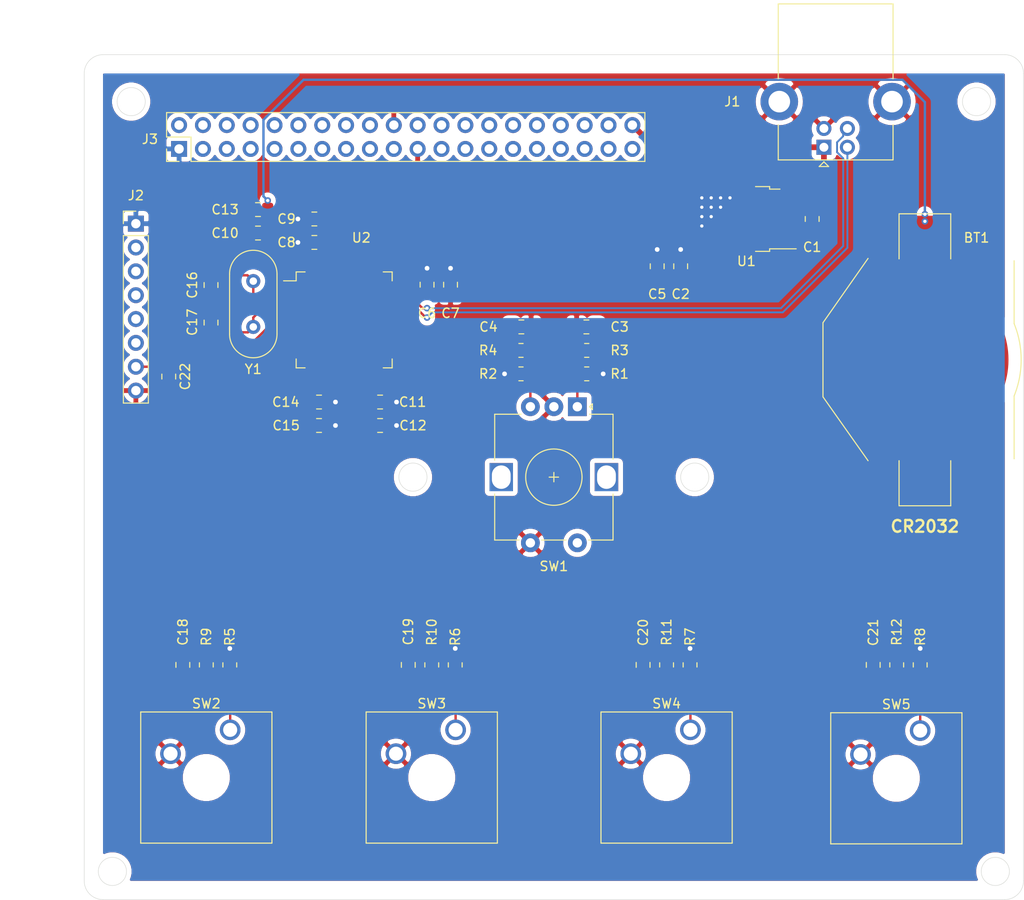
<source format=kicad_pcb>
(kicad_pcb (version 20171130) (host pcbnew "(5.1.9)-1")
  (title_block (title "Media Remote v3") (rev 1) (company "David Way") (comment 1 "WORK IN PROGRESS"))
  (layers (0 F.Cu signal) (31 B.Cu signal) (35 F.Paste user) (37 F.SilkS user) (38 B.Mask user) (39 F.Mask user) (44 Edge.Cuts user))
  (net 0 "")
  (net 1 GND)
  (net 2 +BATT)
  (net 3 +5V)
  (net 4 +3V3)
  (net 5 /ENC_A)
  (net 6 /ENC_B)
  (net 7 /USB_D+)
  (net 8 /USB_D-)
  (net 9 /RESET)
  (net 10 /SWO)
  (net 11 /SWCLK)
  (net 12 /SWDIO)
  (net 13 /TDI)
  (net 14 /TRST)
  (net 15 "Net-(J3-Pad39)")
  (net 16 "Net-(J3-Pad38)")
  (net 17 "Net-(J3-Pad37)")
  (net 18 "Net-(J3-Pad36)")
  (net 19 "Net-(J3-Pad35)")
  (net 20 "Net-(J3-Pad34)")
  (net 21 "Net-(J3-Pad33)")
  (net 22 "Net-(J3-Pad32)")
  (net 23 "Net-(J3-Pad31)")
  (net 24 "Net-(J3-Pad30)")
  (net 25 "Net-(J3-Pad29)")
  (net 26 "Net-(J3-Pad28)")
  (net 27 "Net-(J3-Pad27)")
  (net 28 "Net-(J3-Pad26)")
  (net 29 "Net-(J3-Pad25)")
  (net 30 "Net-(J3-Pad24)")
  (net 31 "Net-(J3-Pad23)")
  (net 32 "Net-(J3-Pad22)")
  (net 33 "Net-(J3-Pad19)")
  (net 34 "Net-(J3-Pad18)")
  (net 35 "Net-(J3-Pad17)")
  (net 36 "Net-(J3-Pad16)")
  (net 37 "Net-(J3-Pad15)")
  (net 38 "Net-(J3-Pad14)")
  (net 39 "Net-(J3-Pad13)")
  (net 40 "Net-(J3-Pad12)")
  (net 41 "Net-(J3-Pad11)")
  (net 42 "Net-(J3-Pad10)")
  (net 43 "Net-(J3-Pad9)")
  (net 44 "Net-(J3-Pad8)")
  (net 45 "Net-(J3-Pad7)")
  (net 46 "Net-(J3-Pad6)")
  (net 47 "Net-(J3-Pad5)")
  (net 48 "Net-(J3-Pad4)")
  (net 49 "Net-(J3-Pad3)")
  (net 50 "Net-(J3-Pad2)")
  (net 51 "Net-(R1-Pad2)")
  (net 52 "Net-(R2-Pad2)")
  (net 53 /ENC_SW)
  (net 54 /SW1)
  (net 55 /SW2)
  (net 56 /SW3)
  (net 57 /SW4)
  (net 58 "Net-(U2-Pad62)")
  (net 59 "Net-(U2-Pad61)")
  (net 60 "Net-(U2-Pad60)")
  (net 61 "Net-(U2-Pad59)")
  (net 62 "Net-(U2-Pad58)")
  (net 63 "Net-(U2-Pad57)")
  (net 64 "Net-(U2-Pad54)")
  (net 65 "Net-(U2-Pad53)")
  (net 66 "Net-(U2-Pad52)")
  (net 67 "Net-(U2-Pad51)")
  (net 68 "Net-(U2-Pad43)")
  (net 69 "Net-(U2-Pad42)")
  (net 70 "Net-(U2-Pad41)")
  (net 71 "Net-(U2-Pad40)")
  (net 72 "Net-(U2-Pad39)")
  (net 73 "Net-(U2-Pad38)")
  (net 74 "Net-(U2-Pad37)")
  (net 75 "Net-(U2-Pad36)")
  (net 76 "Net-(U2-Pad35)")
  (net 77 "Net-(U2-Pad34)")
  (net 78 "Net-(U2-Pad33)")
  (net 79 "Net-(U2-Pad30)")
  (net 80 "Net-(U2-Pad29)")
  (net 81 "Net-(U2-Pad28)")
  (net 82 "Net-(U2-Pad27)")
  (net 83 "Net-(U2-Pad26)")
  (net 84 "Net-(U2-Pad25)")
  (net 85 "Net-(U2-Pad24)")
  (net 86 "Net-(U2-Pad23)")
  (net 87 "Net-(U2-Pad22)")
  (net 88 "Net-(U2-Pad21)")
  (net 89 "Net-(U2-Pad20)")
  (net 90 "Net-(U2-Pad17)")
  (net 91 "Net-(U2-Pad16)")
  (net 92 "Net-(U2-Pad15)")
  (net 93 "Net-(U2-Pad14)")
  (net 94 "Net-(U2-Pad13)")
  (net 95 "Net-(U2-Pad11)")
  (net 96 "Net-(U2-Pad10)")
  (net 97 "Net-(U2-Pad9)")
  (net 98 "Net-(U2-Pad8)")
  (net 99 "Net-(U2-Pad4)")
  (net 100 "Net-(U2-Pad3)")
  (net 101 "Net-(U2-Pad2)")
  (net 102 "Net-(C16-Pad1)")
  (net 103 "Net-(C17-Pad1)")
  (net 104 "Net-(R5-Pad2)")
  (net 105 "Net-(R10-Pad1)")
  (net 106 "Net-(R11-Pad1)")
  (net 107 "Net-(R12-Pad1)")
  (module Capacitor_SMD:C_0805_2012Metric_Pad1.18x1.45mm_HandSolder (layer F.Cu) (at 69 64.2875 270)
    (fp_text reference C22 (at 0 -1.75 90) (layer F.SilkS))
    (fp_text value 100n)
    (pad 2 smd roundrect (at 1.0375 0 270) (size 1.175 1.45) (layers F.Cu F.Paste F.Mask) (roundrect_rratio 0.212766) (net 1 GND))
    (pad 1 smd roundrect (at -1.0375 0 270) (size 1.175 1.45) (layers F.Cu F.Paste F.Mask) (roundrect_rratio 0.212766) (net 9 /RESET))
  )
  (module Resistor_SMD:R_0805_2012Metric_Pad1.20x1.40mm_HandSolder (layer F.Cu) (at 146.5 95 90)
    (fp_text reference R12 (at 3.5 0 90) (layer F.SilkS))
    (fp_text value 4k7)
    (pad 2 smd roundrect (at 1 0 90) (size 1.2 1.4) (layers F.Cu F.Paste F.Mask) (roundrect_rratio 0.208333) (net 57 /SW4))
    (pad 1 smd roundrect (at -1 0 90) (size 1.2 1.4) (layers F.Cu F.Paste F.Mask) (roundrect_rratio 0.208333) (net 107 "Net-(R12-Pad1)"))
  )
  (module Resistor_SMD:R_0805_2012Metric_Pad1.20x1.40mm_HandSolder (layer F.Cu) (at 122 95 90)
    (fp_text reference R11 (at 3.5 0 90) (layer F.SilkS))
    (fp_text value 4k7)
    (pad 2 smd roundrect (at 1 0 90) (size 1.2 1.4) (layers F.Cu F.Paste F.Mask) (roundrect_rratio 0.208333) (net 56 /SW3))
    (pad 1 smd roundrect (at -1 0 90) (size 1.2 1.4) (layers F.Cu F.Paste F.Mask) (roundrect_rratio 0.208333) (net 106 "Net-(R11-Pad1)"))
  )
  (module Resistor_SMD:R_0805_2012Metric_Pad1.20x1.40mm_HandSolder (layer F.Cu) (at 97 95 90)
    (fp_text reference R10 (at 3.5 0 90) (layer F.SilkS))
    (fp_text value 4k7)
    (pad 2 smd roundrect (at 1 0 90) (size 1.2 1.4) (layers F.Cu F.Paste F.Mask) (roundrect_rratio 0.208333) (net 55 /SW2))
    (pad 1 smd roundrect (at -1 0 90) (size 1.2 1.4) (layers F.Cu F.Paste F.Mask) (roundrect_rratio 0.208333) (net 105 "Net-(R10-Pad1)"))
  )
  (module Resistor_SMD:R_0805_2012Metric_Pad1.20x1.40mm_HandSolder (layer F.Cu) (at 73 95 90)
    (fp_text reference R9 (at 3 0 90) (layer F.SilkS))
    (fp_text value 4k7)
    (pad 2 smd roundrect (at 1 0 90) (size 1.2 1.4) (layers F.Cu F.Paste F.Mask) (roundrect_rratio 0.208333) (net 54 /SW1))
    (pad 1 smd roundrect (at -1 0 90) (size 1.2 1.4) (layers F.Cu F.Paste F.Mask) (roundrect_rratio 0.208333) (net 104 "Net-(R5-Pad2)"))
  )
  (module Resistor_SMD:R_0805_2012Metric_Pad1.20x1.40mm_HandSolder (layer F.Cu) (at 149 95 270)
    (fp_text reference R8 (at -3 0 90) (layer F.SilkS))
    (fp_text value 4k7)
    (pad 2 smd roundrect (at 1 0 270) (size 1.2 1.4) (layers F.Cu F.Paste F.Mask) (roundrect_rratio 0.208333) (net 107 "Net-(R12-Pad1)"))
    (pad 1 smd roundrect (at -1 0 270) (size 1.2 1.4) (layers F.Cu F.Paste F.Mask) (roundrect_rratio 0.208333) (net 4 +3V3))
  )
  (module Resistor_SMD:R_0805_2012Metric_Pad1.20x1.40mm_HandSolder (layer F.Cu) (at 124.5 95 270)
    (fp_text reference R7 (at -3 0 90) (layer F.SilkS))
    (fp_text value 4k7)
    (pad 2 smd roundrect (at 1 0 270) (size 1.2 1.4) (layers F.Cu F.Paste F.Mask) (roundrect_rratio 0.208333) (net 106 "Net-(R11-Pad1)"))
    (pad 1 smd roundrect (at -1 0 270) (size 1.2 1.4) (layers F.Cu F.Paste F.Mask) (roundrect_rratio 0.208333) (net 4 +3V3))
  )
  (module Resistor_SMD:R_0805_2012Metric_Pad1.20x1.40mm_HandSolder (layer F.Cu) (at 99.5 95 270)
    (fp_text reference R6 (at -3 0 90) (layer F.SilkS))
    (fp_text value 4k7)
    (pad 2 smd roundrect (at 1 0 270) (size 1.2 1.4) (layers F.Cu F.Paste F.Mask) (roundrect_rratio 0.208333) (net 105 "Net-(R10-Pad1)"))
    (pad 1 smd roundrect (at -1 0 270) (size 1.2 1.4) (layers F.Cu F.Paste F.Mask) (roundrect_rratio 0.208333) (net 4 +3V3))
  )
  (module Resistor_SMD:R_0805_2012Metric_Pad1.20x1.40mm_HandSolder (layer F.Cu) (at 75.5 95 270)
    (fp_text reference R5 (at -3 0 90) (layer F.SilkS))
    (fp_text value 4k7)
    (pad 2 smd roundrect (at 1 0 270) (size 1.2 1.4) (layers F.Cu F.Paste F.Mask) (roundrect_rratio 0.208333) (net 104 "Net-(R5-Pad2)"))
    (pad 1 smd roundrect (at -1 0 270) (size 1.2 1.4) (layers F.Cu F.Paste F.Mask) (roundrect_rratio 0.208333) (net 4 +3V3))
  )
  (module Capacitor_SMD:C_0805_2012Metric_Pad1.18x1.45mm_HandSolder (layer F.Cu) (at 144 95 270)
    (fp_text reference C21 (at -3.4625 0 90) (layer F.SilkS))
    (fp_text value 10n)
    (pad 2 smd roundrect (at 1.0375 0 270) (size 1.175 1.45) (layers F.Cu F.Paste F.Mask) (roundrect_rratio 0.212766) (net 1 GND))
    (pad 1 smd roundrect (at -1.0375 0 270) (size 1.175 1.45) (layers F.Cu F.Paste F.Mask) (roundrect_rratio 0.212766) (net 57 /SW4))
  )
  (module Capacitor_SMD:C_0805_2012Metric_Pad1.18x1.45mm_HandSolder (layer F.Cu) (at 119.5 95 270)
    (fp_text reference C20 (at -3.4625 0 90) (layer F.SilkS))
    (fp_text value 10n)
    (pad 2 smd roundrect (at 1.0375 0 270) (size 1.175 1.45) (layers F.Cu F.Paste F.Mask) (roundrect_rratio 0.212766) (net 1 GND))
    (pad 1 smd roundrect (at -1.0375 0 270) (size 1.175 1.45) (layers F.Cu F.Paste F.Mask) (roundrect_rratio 0.212766) (net 56 /SW3))
  )
  (module Capacitor_SMD:C_0805_2012Metric_Pad1.18x1.45mm_HandSolder (layer F.Cu) (at 94.5 95 270)
    (fp_text reference C19 (at -3.5375 0 90) (layer F.SilkS))
    (fp_text value 10n)
    (pad 2 smd roundrect (at 1.0375 0 270) (size 1.175 1.45) (layers F.Cu F.Paste F.Mask) (roundrect_rratio 0.212766) (net 1 GND))
    (pad 1 smd roundrect (at -1.0375 0 270) (size 1.175 1.45) (layers F.Cu F.Paste F.Mask) (roundrect_rratio 0.212766) (net 55 /SW2))
  )
  (module Capacitor_SMD:C_0805_2012Metric_Pad1.18x1.45mm_HandSolder (layer F.Cu) (at 70.5 95 270)
    (fp_text reference C18 (at -3.5 0 90) (layer F.SilkS))
    (fp_text value 10n)
    (pad 2 smd roundrect (at 1.0375 0 270) (size 1.175 1.45) (layers F.Cu F.Paste F.Mask) (roundrect_rratio 0.212766) (net 1 GND))
    (pad 1 smd roundrect (at -1.0375 0 270) (size 1.175 1.45) (layers F.Cu F.Paste F.Mask) (roundrect_rratio 0.212766) (net 54 /SW1))
  )
  (module Crystal:Crystal_HC49-4H_Vertical (layer F.Cu) (at 78 59 90)
    (fp_text reference Y1 (at -4.5 0 180) (layer F.SilkS))
    (fp_text value "25 MHz")
    (pad 2 thru_hole circle (at 4.88 0 90) (size 1.5 1.5) (drill 0.8) (layers *.Cu *.Mask) (net 102 "Net-(C16-Pad1)"))
    (pad 1 thru_hole circle (at 0 0 90) (size 1.5 1.5) (drill 0.8) (layers *.Cu *.Mask) (net 103 "Net-(C17-Pad1)"))
  )
  (module Capacitor_SMD:C_0805_2012Metric_Pad1.18x1.45mm_HandSolder (layer F.Cu) (at 73.5 58.5375 90)
    (fp_text reference C17 (at 0.0375 -2 90) (layer F.SilkS))
    (fp_text value 8p2)
    (pad 2 smd roundrect (at 1.0375 0 90) (size 1.175 1.45) (layers F.Cu F.Paste F.Mask) (roundrect_rratio 0.212766) (net 1 GND))
    (pad 1 smd roundrect (at -1.0375 0 90) (size 1.175 1.45) (layers F.Cu F.Paste F.Mask) (roundrect_rratio 0.212766) (net 103 "Net-(C17-Pad1)"))
  )
  (module Capacitor_SMD:C_0805_2012Metric_Pad1.18x1.45mm_HandSolder (layer F.Cu) (at 73.5 54.5375 270)
    (fp_text reference C16 (at 0 2 90) (layer F.SilkS))
    (fp_text value 8p2)
    (pad 2 smd roundrect (at 1.0375 0 270) (size 1.175 1.45) (layers F.Cu F.Paste F.Mask) (roundrect_rratio 0.212766) (net 1 GND))
    (pad 1 smd roundrect (at -1.0375 0 270) (size 1.175 1.45) (layers F.Cu F.Paste F.Mask) (roundrect_rratio 0.212766) (net 102 "Net-(C16-Pad1)"))
  )
  (module Package_QFP:LQFP-64_10x10mm_P0.5mm (layer F.Cu) (at 87.675 58.25)
    (fp_text reference U2 (at 1.825 -8.75) (layer F.SilkS))
    (fp_text value STM32F722RETx)
    (pad 64 smd roundrect (at -3.75 -5.675) (size 0.3 1.55) (layers F.Cu F.Paste F.Mask) (net 4 +3V3))
    (pad 63 smd roundrect (at -3.25 -5.675) (size 0.3 1.55) (layers F.Cu F.Paste F.Mask) (net 1 GND))
    (pad 62 smd roundrect (at -2.75 -5.675) (size 0.3 1.55) (layers F.Cu F.Paste F.Mask) (net 58 "Net-(U2-Pad62)"))
    (pad 61 smd roundrect (at -2.25 -5.675) (size 0.3 1.55) (layers F.Cu F.Paste F.Mask) (net 59 "Net-(U2-Pad61)"))
    (pad 60 smd roundrect (at -1.75 -5.675) (size 0.3 1.55) (layers F.Cu F.Paste F.Mask) (net 60 "Net-(U2-Pad60)"))
    (pad 59 smd roundrect (at -1.25 -5.675) (size 0.3 1.55) (layers F.Cu F.Paste F.Mask) (net 61 "Net-(U2-Pad59)"))
    (pad 58 smd roundrect (at -0.75 -5.675) (size 0.3 1.55) (layers F.Cu F.Paste F.Mask) (net 62 "Net-(U2-Pad58)"))
    (pad 57 smd roundrect (at -0.25 -5.675) (size 0.3 1.55) (layers F.Cu F.Paste F.Mask) (net 63 "Net-(U2-Pad57)"))
    (pad 56 smd roundrect (at 0.25 -5.675) (size 0.3 1.55) (layers F.Cu F.Paste F.Mask) (net 14 /TRST))
    (pad 55 smd roundrect (at 0.75 -5.675) (size 0.3 1.55) (layers F.Cu F.Paste F.Mask) (net 10 /SWO))
    (pad 54 smd roundrect (at 1.25 -5.675) (size 0.3 1.55) (layers F.Cu F.Paste F.Mask) (net 64 "Net-(U2-Pad54)"))
    (pad 53 smd roundrect (at 1.75 -5.675) (size 0.3 1.55) (layers F.Cu F.Paste F.Mask) (net 65 "Net-(U2-Pad53)"))
    (pad 52 smd roundrect (at 2.25 -5.675) (size 0.3 1.55) (layers F.Cu F.Paste F.Mask) (net 66 "Net-(U2-Pad52)"))
    (pad 51 smd roundrect (at 2.75 -5.675) (size 0.3 1.55) (layers F.Cu F.Paste F.Mask) (net 67 "Net-(U2-Pad51)"))
    (pad 50 smd roundrect (at 3.25 -5.675) (size 0.3 1.55) (layers F.Cu F.Paste F.Mask) (net 13 /TDI))
    (pad 49 smd roundrect (at 3.75 -5.675) (size 0.3 1.55) (layers F.Cu F.Paste F.Mask) (net 11 /SWCLK))
    (pad 48 smd roundrect (at 5.675 -3.75) (size 1.55 0.3) (layers F.Cu F.Paste F.Mask) (net 4 +3V3))
    (pad 47 smd roundrect (at 5.675 -3.25) (size 1.55 0.3) (layers F.Cu F.Paste F.Mask) (net 1 GND))
    (pad 46 smd roundrect (at 5.675 -2.75) (size 1.55 0.3) (layers F.Cu F.Paste F.Mask) (net 12 /SWDIO))
    (pad 45 smd roundrect (at 5.675 -2.25) (size 1.55 0.3) (layers F.Cu F.Paste F.Mask) (net 7 /USB_D+))
    (pad 44 smd roundrect (at 5.675 -1.75) (size 1.55 0.3) (layers F.Cu F.Paste F.Mask) (net 8 /USB_D-))
    (pad 43 smd roundrect (at 5.675 -1.25) (size 1.55 0.3) (layers F.Cu F.Paste F.Mask) (net 68 "Net-(U2-Pad43)"))
    (pad 42 smd roundrect (at 5.675 -0.75) (size 1.55 0.3) (layers F.Cu F.Paste F.Mask) (net 69 "Net-(U2-Pad42)"))
    (pad 41 smd roundrect (at 5.675 -0.25) (size 1.55 0.3) (layers F.Cu F.Paste F.Mask) (net 70 "Net-(U2-Pad41)"))
    (pad 40 smd roundrect (at 5.675 0.25) (size 1.55 0.3) (layers F.Cu F.Paste F.Mask) (net 71 "Net-(U2-Pad40)"))
    (pad 39 smd roundrect (at 5.675 0.75) (size 1.55 0.3) (layers F.Cu F.Paste F.Mask) (net 72 "Net-(U2-Pad39)"))
    (pad 38 smd roundrect (at 5.675 1.25) (size 1.55 0.3) (layers F.Cu F.Paste F.Mask) (net 73 "Net-(U2-Pad38)"))
    (pad 37 smd roundrect (at 5.675 1.75) (size 1.55 0.3) (layers F.Cu F.Paste F.Mask) (net 74 "Net-(U2-Pad37)"))
    (pad 36 smd roundrect (at 5.675 2.25) (size 1.55 0.3) (layers F.Cu F.Paste F.Mask) (net 75 "Net-(U2-Pad36)"))
    (pad 35 smd roundrect (at 5.675 2.75) (size 1.55 0.3) (layers F.Cu F.Paste F.Mask) (net 76 "Net-(U2-Pad35)"))
    (pad 34 smd roundrect (at 5.675 3.25) (size 1.55 0.3) (layers F.Cu F.Paste F.Mask) (net 77 "Net-(U2-Pad34)"))
    (pad 33 smd roundrect (at 5.675 3.75) (size 1.55 0.3) (layers F.Cu F.Paste F.Mask) (net 78 "Net-(U2-Pad33)"))
    (pad 32 smd roundrect (at 3.75 5.675) (size 0.3 1.55) (layers F.Cu F.Paste F.Mask) (net 4 +3V3))
    (pad 31 smd roundrect (at 3.25 5.675) (size 0.3 1.55) (layers F.Cu F.Paste F.Mask) (net 1 GND))
    (pad 30 smd roundrect (at 2.75 5.675) (size 0.3 1.55) (layers F.Cu F.Paste F.Mask) (net 79 "Net-(U2-Pad30)"))
    (pad 29 smd roundrect (at 2.25 5.675) (size 0.3 1.55) (layers F.Cu F.Paste F.Mask) (net 80 "Net-(U2-Pad29)"))
    (pad 28 smd roundrect (at 1.75 5.675) (size 0.3 1.55) (layers F.Cu F.Paste F.Mask) (net 81 "Net-(U2-Pad28)"))
    (pad 27 smd roundrect (at 1.25 5.675) (size 0.3 1.55) (layers F.Cu F.Paste F.Mask) (net 82 "Net-(U2-Pad27)"))
    (pad 26 smd roundrect (at 0.75 5.675) (size 0.3 1.55) (layers F.Cu F.Paste F.Mask) (net 83 "Net-(U2-Pad26)"))
    (pad 25 smd roundrect (at 0.25 5.675) (size 0.3 1.55) (layers F.Cu F.Paste F.Mask) (net 84 "Net-(U2-Pad25)"))
    (pad 24 smd roundrect (at -0.25 5.675) (size 0.3 1.55) (layers F.Cu F.Paste F.Mask) (net 85 "Net-(U2-Pad24)"))
    (pad 23 smd roundrect (at -0.75 5.675) (size 0.3 1.55) (layers F.Cu F.Paste F.Mask) (net 86 "Net-(U2-Pad23)"))
    (pad 22 smd roundrect (at -1.25 5.675) (size 0.3 1.55) (layers F.Cu F.Paste F.Mask) (net 87 "Net-(U2-Pad22)"))
    (pad 21 smd roundrect (at -1.75 5.675) (size 0.3 1.55) (layers F.Cu F.Paste F.Mask) (net 88 "Net-(U2-Pad21)"))
    (pad 20 smd roundrect (at -2.25 5.675) (size 0.3 1.55) (layers F.Cu F.Paste F.Mask) (net 89 "Net-(U2-Pad20)"))
    (pad 19 smd roundrect (at -2.75 5.675) (size 0.3 1.55) (layers F.Cu F.Paste F.Mask) (net 4 +3V3))
    (pad 18 smd roundrect (at -3.25 5.675) (size 0.3 1.55) (layers F.Cu F.Paste F.Mask) (net 1 GND))
    (pad 17 smd roundrect (at -3.75 5.675) (size 0.3 1.55) (layers F.Cu F.Paste F.Mask) (net 90 "Net-(U2-Pad17)"))
    (pad 16 smd roundrect (at -5.675 3.75) (size 1.55 0.3) (layers F.Cu F.Paste F.Mask) (net 91 "Net-(U2-Pad16)"))
    (pad 15 smd roundrect (at -5.675 3.25) (size 1.55 0.3) (layers F.Cu F.Paste F.Mask) (net 92 "Net-(U2-Pad15)"))
    (pad 14 smd roundrect (at -5.675 2.75) (size 1.55 0.3) (layers F.Cu F.Paste F.Mask) (net 93 "Net-(U2-Pad14)"))
    (pad 13 smd roundrect (at -5.675 2.25) (size 1.55 0.3) (layers F.Cu F.Paste F.Mask) (net 94 "Net-(U2-Pad13)"))
    (pad 12 smd roundrect (at -5.675 1.75) (size 1.55 0.3) (layers F.Cu F.Paste F.Mask) (net 1 GND))
    (pad 11 smd roundrect (at -5.675 1.25) (size 1.55 0.3) (layers F.Cu F.Paste F.Mask) (net 95 "Net-(U2-Pad11)"))
    (pad 10 smd roundrect (at -5.675 0.75) (size 1.55 0.3) (layers F.Cu F.Paste F.Mask) (net 96 "Net-(U2-Pad10)"))
    (pad 9 smd roundrect (at -5.675 0.25) (size 1.55 0.3) (layers F.Cu F.Paste F.Mask) (net 97 "Net-(U2-Pad9)"))
    (pad 8 smd roundrect (at -5.675 -0.25) (size 1.55 0.3) (layers F.Cu F.Paste F.Mask) (net 98 "Net-(U2-Pad8)"))
    (pad 7 smd roundrect (at -5.675 -0.75) (size 1.55 0.3) (layers F.Cu F.Paste F.Mask) (net 9 /RESET))
    (pad 6 smd roundrect (at -5.675 -1.25) (size 1.55 0.3) (layers F.Cu F.Paste F.Mask) (net 103 "Net-(C17-Pad1)"))
    (pad 5 smd roundrect (at -5.675 -1.75) (size 1.55 0.3) (layers F.Cu F.Paste F.Mask) (net 102 "Net-(C16-Pad1)"))
    (pad 4 smd roundrect (at -5.675 -2.25) (size 1.55 0.3) (layers F.Cu F.Paste F.Mask) (net 99 "Net-(U2-Pad4)"))
    (pad 3 smd roundrect (at -5.675 -2.75) (size 1.55 0.3) (layers F.Cu F.Paste F.Mask) (net 100 "Net-(U2-Pad3)"))
    (pad 2 smd roundrect (at -5.675 -3.25) (size 1.55 0.3) (layers F.Cu F.Paste F.Mask) (net 101 "Net-(U2-Pad2)"))
    (pad 1 smd roundrect (at -5.675 -3.75) (size 1.55 0.3) (layers F.Cu F.Paste F.Mask) (net 2 +BATT))
  )
  (module Package_TO_SOT_SMD:TO-252-2 (layer F.Cu) (at 130.5 47.5 180)
    (fp_text reference U1 (at 0 -4.5) (layer F.SilkS))
    (fp_text value AZ1117-3.3)
    (pad 2 smd rect (at 2.1 0 180) (size 6.4 5.8) (layers F.Cu F.Mask) (net 4 +3V3))
    (pad 3 smd rect (at -4.2 2.28 180) (size 2.2 1.2) (layers F.Cu F.Paste F.Mask) (net 3 +5V))
    (pad 1 smd rect (at -4.2 -2.28 180) (size 2.2 1.2) (layers F.Cu F.Paste F.Mask) (net 1 GND))
  )
  (module Button_Switch_Keyboard:SW_Cherry_MX_1.00u_Plate (layer F.Cu) (at 149 102)
    (fp_text reference SW5 (at -2.54 -2.794) (layer F.SilkS))
    (fp_text value "Cherry MX Green")
    (pad "" np_thru_hole circle (at -2.54 5.08) (size 4 4) (drill 4) (layers *.Cu *.Mask))
    (pad 2 thru_hole circle (at -6.35 2.54) (size 2.2 2.2) (drill 1.5) (layers *.Cu *.Mask) (net 1 GND))
    (pad 1 thru_hole circle (at 0 0) (size 2.2 2.2) (drill 1.5) (layers *.Cu *.Mask) (net 107 "Net-(R12-Pad1)"))
  )
  (module Button_Switch_Keyboard:SW_Cherry_MX_1.00u_Plate (layer F.Cu) (at 124.54 101.92)
    (fp_text reference SW4 (at -2.54 -2.794) (layer F.SilkS))
    (fp_text value "Cherry MX Green")
    (pad "" np_thru_hole circle (at -2.54 5.08) (size 4 4) (drill 4) (layers *.Cu *.Mask))
    (pad 2 thru_hole circle (at -6.35 2.54) (size 2.2 2.2) (drill 1.5) (layers *.Cu *.Mask) (net 1 GND))
    (pad 1 thru_hole circle (at 0 0) (size 2.2 2.2) (drill 1.5) (layers *.Cu *.Mask) (net 106 "Net-(R11-Pad1)"))
  )
  (module Button_Switch_Keyboard:SW_Cherry_MX_1.00u_Plate (layer F.Cu) (at 99.54 101.92)
    (fp_text reference SW3 (at -2.54 -2.794) (layer F.SilkS))
    (fp_text value "Cherry MX Green")
    (pad "" np_thru_hole circle (at -2.54 5.08) (size 4 4) (drill 4) (layers *.Cu *.Mask))
    (pad 2 thru_hole circle (at -6.35 2.54) (size 2.2 2.2) (drill 1.5) (layers *.Cu *.Mask) (net 1 GND))
    (pad 1 thru_hole circle (at 0 0) (size 2.2 2.2) (drill 1.5) (layers *.Cu *.Mask) (net 105 "Net-(R10-Pad1)"))
  )
  (module Button_Switch_Keyboard:SW_Cherry_MX_1.00u_Plate (layer F.Cu) (at 75.54 101.92)
    (fp_text reference SW2 (at -2.54 -2.794) (layer F.SilkS))
    (fp_text value "Cherry MX Green")
    (pad "" np_thru_hole circle (at -2.54 5.08) (size 4 4) (drill 4) (layers *.Cu *.Mask))
    (pad 2 thru_hole circle (at -6.35 2.54) (size 2.2 2.2) (drill 1.5) (layers *.Cu *.Mask) (net 1 GND))
    (pad 1 thru_hole circle (at 0 0) (size 2.2 2.2) (drill 1.5) (layers *.Cu *.Mask) (net 104 "Net-(R5-Pad2)"))
  )
  (module Rotary_Encoder:RotaryEncoder_Alps_EC12E-Switch_Vertical_H20mm (layer F.Cu) (at 112.5 67.5 270)
    (fp_text reference SW1 (at 17 2.5 180) (layer F.SilkS))
    (fp_text value PEC11R-4020F-S0024)
    (pad A thru_hole rect (at 0 0 270) (size 2 2) (drill 1) (layers *.Cu *.Mask) (net 51 "Net-(R1-Pad2)"))
    (pad C thru_hole circle (at 0 2.5 270) (size 2 2) (drill 1) (layers *.Cu *.Mask) (net 1 GND))
    (pad B thru_hole circle (at 0 5 270) (size 2 2) (drill 1) (layers *.Cu *.Mask) (net 52 "Net-(R2-Pad2)"))
    (pad MP thru_hole rect (at 7.5 -3.1 270) (size 3 2.5) (drill oval 2.5 2) (layers *.Cu *.Mask))
    (pad MP thru_hole rect (at 7.5 8.1 270) (size 3 2.5) (drill oval 2.5 2) (layers *.Cu *.Mask))
    (pad S1 thru_hole circle (at 14.5 0 270) (size 2 2) (drill 1) (layers *.Cu *.Mask) (net 53 /ENC_SW))
    (pad S2 thru_hole circle (at 14.5 5 270) (size 2 2) (drill 1) (layers *.Cu *.Mask) (net 1 GND))
  )
  (module Resistor_SMD:R_0805_2012Metric_Pad1.20x1.40mm_HandSolder (layer F.Cu) (at 106.5 61.5 180)
    (fp_text reference R4 (at 3.5 0) (layer F.SilkS))
    (fp_text value 4k7)
    (pad 2 smd roundrect (at 1 0 180) (size 1.2 1.4) (layers F.Cu F.Paste F.Mask) (roundrect_rratio 0.208333) (net 6 /ENC_B))
    (pad 1 smd roundrect (at -1 0 180) (size 1.2 1.4) (layers F.Cu F.Paste F.Mask) (roundrect_rratio 0.208333) (net 52 "Net-(R2-Pad2)"))
  )
  (module Resistor_SMD:R_0805_2012Metric_Pad1.20x1.40mm_HandSolder (layer F.Cu) (at 113.5 61.5)
    (fp_text reference R3 (at 3.5 0) (layer F.SilkS))
    (fp_text value 4k7)
    (pad 2 smd roundrect (at 1 0) (size 1.2 1.4) (layers F.Cu F.Paste F.Mask) (roundrect_rratio 0.208333) (net 5 /ENC_A))
    (pad 1 smd roundrect (at -1 0) (size 1.2 1.4) (layers F.Cu F.Paste F.Mask) (roundrect_rratio 0.208333) (net 51 "Net-(R1-Pad2)"))
  )
  (module Resistor_SMD:R_0805_2012Metric_Pad1.20x1.40mm_HandSolder (layer F.Cu) (at 106.5 64)
    (fp_text reference R2 (at -3.5 0) (layer F.SilkS))
    (fp_text value 4k7)
    (pad 2 smd roundrect (at 1 0) (size 1.2 1.4) (layers F.Cu F.Paste F.Mask) (roundrect_rratio 0.208333) (net 52 "Net-(R2-Pad2)"))
    (pad 1 smd roundrect (at -1 0) (size 1.2 1.4) (layers F.Cu F.Paste F.Mask) (roundrect_rratio 0.208333) (net 4 +3V3))
  )
  (module Resistor_SMD:R_0805_2012Metric_Pad1.20x1.40mm_HandSolder (layer F.Cu) (at 113.5 64 180)
    (fp_text reference R1 (at -3.5 0) (layer F.SilkS))
    (fp_text value 4k7)
    (pad 2 smd roundrect (at 1 0 180) (size 1.2 1.4) (layers F.Cu F.Paste F.Mask) (roundrect_rratio 0.208333) (net 51 "Net-(R1-Pad2)"))
    (pad 1 smd roundrect (at -1 0 180) (size 1.2 1.4) (layers F.Cu F.Paste F.Mask) (roundrect_rratio 0.208333) (net 4 +3V3))
  )
  (module Connector_PinHeader_2.54mm:PinHeader_2x20_P2.54mm_Vertical (layer F.Cu) (at 70.1 40.04 90)
    (fp_text reference J3 (at 1.04 -3.1 180) (layer F.SilkS))
    (fp_text value "LCD Connector")
    (pad 40 thru_hole oval (at 2.54 48.26 90) (size 1.7 1.7) (drill 1) (layers *.Cu *.Mask) (net 3 +5V))
    (pad 39 thru_hole oval (at 0 48.26 90) (size 1.7 1.7) (drill 1) (layers *.Cu *.Mask) (net 15 "Net-(J3-Pad39)"))
    (pad 38 thru_hole oval (at 2.54 45.72 90) (size 1.7 1.7) (drill 1) (layers *.Cu *.Mask) (net 16 "Net-(J3-Pad38)"))
    (pad 37 thru_hole oval (at 0 45.72 90) (size 1.7 1.7) (drill 1) (layers *.Cu *.Mask) (net 17 "Net-(J3-Pad37)"))
    (pad 36 thru_hole oval (at 2.54 43.18 90) (size 1.7 1.7) (drill 1) (layers *.Cu *.Mask) (net 18 "Net-(J3-Pad36)"))
    (pad 35 thru_hole oval (at 0 43.18 90) (size 1.7 1.7) (drill 1) (layers *.Cu *.Mask) (net 19 "Net-(J3-Pad35)"))
    (pad 34 thru_hole oval (at 2.54 40.64 90) (size 1.7 1.7) (drill 1) (layers *.Cu *.Mask) (net 20 "Net-(J3-Pad34)"))
    (pad 33 thru_hole oval (at 0 40.64 90) (size 1.7 1.7) (drill 1) (layers *.Cu *.Mask) (net 21 "Net-(J3-Pad33)"))
    (pad 32 thru_hole oval (at 2.54 38.1 90) (size 1.7 1.7) (drill 1) (layers *.Cu *.Mask) (net 22 "Net-(J3-Pad32)"))
    (pad 31 thru_hole oval (at 0 38.1 90) (size 1.7 1.7) (drill 1) (layers *.Cu *.Mask) (net 23 "Net-(J3-Pad31)"))
    (pad 30 thru_hole oval (at 2.54 35.56 90) (size 1.7 1.7) (drill 1) (layers *.Cu *.Mask) (net 24 "Net-(J3-Pad30)"))
    (pad 29 thru_hole oval (at 0 35.56 90) (size 1.7 1.7) (drill 1) (layers *.Cu *.Mask) (net 25 "Net-(J3-Pad29)"))
    (pad 28 thru_hole oval (at 2.54 33.02 90) (size 1.7 1.7) (drill 1) (layers *.Cu *.Mask) (net 26 "Net-(J3-Pad28)"))
    (pad 27 thru_hole oval (at 0 33.02 90) (size 1.7 1.7) (drill 1) (layers *.Cu *.Mask) (net 27 "Net-(J3-Pad27)"))
    (pad 26 thru_hole oval (at 2.54 30.48 90) (size 1.7 1.7) (drill 1) (layers *.Cu *.Mask) (net 28 "Net-(J3-Pad26)"))
    (pad 25 thru_hole oval (at 0 30.48 90) (size 1.7 1.7) (drill 1) (layers *.Cu *.Mask) (net 29 "Net-(J3-Pad25)"))
    (pad 24 thru_hole oval (at 2.54 27.94 90) (size 1.7 1.7) (drill 1) (layers *.Cu *.Mask) (net 30 "Net-(J3-Pad24)"))
    (pad 23 thru_hole oval (at 0 27.94 90) (size 1.7 1.7) (drill 1) (layers *.Cu *.Mask) (net 31 "Net-(J3-Pad23)"))
    (pad 22 thru_hole oval (at 2.54 25.4 90) (size 1.7 1.7) (drill 1) (layers *.Cu *.Mask) (net 32 "Net-(J3-Pad22)"))
    (pad 21 thru_hole oval (at 0 25.4 90) (size 1.7 1.7) (drill 1) (layers *.Cu *.Mask) (net 1 GND))
    (pad 20 thru_hole oval (at 2.54 22.86 90) (size 1.7 1.7) (drill 1) (layers *.Cu *.Mask) (net 1 GND))
    (pad 19 thru_hole oval (at 0 22.86 90) (size 1.7 1.7) (drill 1) (layers *.Cu *.Mask) (net 33 "Net-(J3-Pad19)"))
    (pad 18 thru_hole oval (at 2.54 20.32 90) (size 1.7 1.7) (drill 1) (layers *.Cu *.Mask) (net 34 "Net-(J3-Pad18)"))
    (pad 17 thru_hole oval (at 0 20.32 90) (size 1.7 1.7) (drill 1) (layers *.Cu *.Mask) (net 35 "Net-(J3-Pad17)"))
    (pad 16 thru_hole oval (at 2.54 17.78 90) (size 1.7 1.7) (drill 1) (layers *.Cu *.Mask) (net 36 "Net-(J3-Pad16)"))
    (pad 15 thru_hole oval (at 0 17.78 90) (size 1.7 1.7) (drill 1) (layers *.Cu *.Mask) (net 37 "Net-(J3-Pad15)"))
    (pad 14 thru_hole oval (at 2.54 15.24 90) (size 1.7 1.7) (drill 1) (layers *.Cu *.Mask) (net 38 "Net-(J3-Pad14)"))
    (pad 13 thru_hole oval (at 0 15.24 90) (size 1.7 1.7) (drill 1) (layers *.Cu *.Mask) (net 39 "Net-(J3-Pad13)"))
    (pad 12 thru_hole oval (at 2.54 12.7 90) (size 1.7 1.7) (drill 1) (layers *.Cu *.Mask) (net 40 "Net-(J3-Pad12)"))
    (pad 11 thru_hole oval (at 0 12.7 90) (size 1.7 1.7) (drill 1) (layers *.Cu *.Mask) (net 41 "Net-(J3-Pad11)"))
    (pad 10 thru_hole oval (at 2.54 10.16 90) (size 1.7 1.7) (drill 1) (layers *.Cu *.Mask) (net 42 "Net-(J3-Pad10)"))
    (pad 9 thru_hole oval (at 0 10.16 90) (size 1.7 1.7) (drill 1) (layers *.Cu *.Mask) (net 43 "Net-(J3-Pad9)"))
    (pad 8 thru_hole oval (at 2.54 7.62 90) (size 1.7 1.7) (drill 1) (layers *.Cu *.Mask) (net 44 "Net-(J3-Pad8)"))
    (pad 7 thru_hole oval (at 0 7.62 90) (size 1.7 1.7) (drill 1) (layers *.Cu *.Mask) (net 45 "Net-(J3-Pad7)"))
    (pad 6 thru_hole oval (at 2.54 5.08 90) (size 1.7 1.7) (drill 1) (layers *.Cu *.Mask) (net 46 "Net-(J3-Pad6)"))
    (pad 5 thru_hole oval (at 0 5.08 90) (size 1.7 1.7) (drill 1) (layers *.Cu *.Mask) (net 47 "Net-(J3-Pad5)"))
    (pad 4 thru_hole oval (at 2.54 2.54 90) (size 1.7 1.7) (drill 1) (layers *.Cu *.Mask) (net 48 "Net-(J3-Pad4)"))
    (pad 3 thru_hole oval (at 0 2.54 90) (size 1.7 1.7) (drill 1) (layers *.Cu *.Mask) (net 49 "Net-(J3-Pad3)"))
    (pad 2 thru_hole oval (at 2.54 0 90) (size 1.7 1.7) (drill 1) (layers *.Cu *.Mask) (net 50 "Net-(J3-Pad2)"))
    (pad 1 thru_hole rect (at 0 0 90) (size 1.7 1.7) (drill 1) (layers *.Cu *.Mask) (net 4 +3V3))
  )
  (module Connector_PinHeader_2.54mm:PinHeader_1x08_P2.54mm_Vertical (layer F.Cu) (at 65.5 48)
    (fp_text reference J2 (at 0 -3) (layer F.SilkS))
    (fp_text value JTAG)
    (pad 8 thru_hole oval (at 0 17.78) (size 1.7 1.7) (drill 1) (layers *.Cu *.Mask) (net 1 GND))
    (pad 7 thru_hole oval (at 0 15.24) (size 1.7 1.7) (drill 1) (layers *.Cu *.Mask) (net 9 /RESET))
    (pad 6 thru_hole oval (at 0 12.7) (size 1.7 1.7) (drill 1) (layers *.Cu *.Mask) (net 10 /SWO))
    (pad 5 thru_hole oval (at 0 10.16) (size 1.7 1.7) (drill 1) (layers *.Cu *.Mask) (net 11 /SWCLK))
    (pad 4 thru_hole oval (at 0 7.62) (size 1.7 1.7) (drill 1) (layers *.Cu *.Mask) (net 12 /SWDIO))
    (pad 3 thru_hole oval (at 0 5.08) (size 1.7 1.7) (drill 1) (layers *.Cu *.Mask) (net 13 /TDI))
    (pad 2 thru_hole oval (at 0 2.54) (size 1.7 1.7) (drill 1) (layers *.Cu *.Mask) (net 14 /TRST))
    (pad 1 thru_hole rect (at 0 0) (size 1.7 1.7) (drill 1) (layers *.Cu *.Mask) (net 4 +3V3))
  )
  (module Connector_USB:USB_B_Lumberg_2411_02_Horizontal (layer F.Cu) (at 138.75 39.86 90)
    (fp_text reference J1 (at 4.86 -9.75 180) (layer F.SilkS))
    (fp_text value USB_B)
    (pad 5 thru_hole circle (at 4.86 -4.75 180) (size 4 4) (drill 2.3) (layers *.Cu *.Mask) (net 1 GND))
    (pad 5 thru_hole circle (at 4.86 7.25 180) (size 4 4) (drill 2.3) (layers *.Cu *.Mask) (net 1 GND))
    (pad 4 thru_hole circle (at 2 0 180) (size 1.6 1.6) (drill 0.95) (layers *.Cu *.Mask) (net 1 GND))
    (pad 3 thru_hole circle (at 2 2.5 180) (size 1.6 1.6) (drill 0.95) (layers *.Cu *.Mask) (net 7 /USB_D+))
    (pad 2 thru_hole circle (at 0 2.5 180) (size 1.6 1.6) (drill 0.95) (layers *.Cu *.Mask) (net 8 /USB_D-))
    (pad 1 thru_hole rect (at 0 0 180) (size 1.6 1.6) (drill 0.95) (layers *.Cu *.Mask) (net 3 +5V))
  )
  (module Capacitor_SMD:C_0805_2012Metric_Pad1.18x1.45mm_HandSolder (layer F.Cu) (at 85 69.5 180)
    (fp_text reference C15 (at 3.5 0) (layer F.SilkS))
    (fp_text value 4u7)
    (pad 2 smd roundrect (at 1.0375 0 180) (size 1.175 1.45) (layers F.Cu F.Paste F.Mask) (roundrect_rratio 0.212766) (net 1 GND))
    (pad 1 smd roundrect (at -1.0375 0 180) (size 1.175 1.45) (layers F.Cu F.Paste F.Mask) (roundrect_rratio 0.212766) (net 4 +3V3))
  )
  (module Capacitor_SMD:C_0805_2012Metric_Pad1.18x1.45mm_HandSolder (layer F.Cu) (at 85 67 180)
    (fp_text reference C14 (at 3.5375 0) (layer F.SilkS))
    (fp_text value 100n)
    (pad 2 smd roundrect (at 1.0375 0 180) (size 1.175 1.45) (layers F.Cu F.Paste F.Mask) (roundrect_rratio 0.212766) (net 1 GND))
    (pad 1 smd roundrect (at -1.0375 0 180) (size 1.175 1.45) (layers F.Cu F.Paste F.Mask) (roundrect_rratio 0.212766) (net 4 +3V3))
  )
  (module Capacitor_SMD:C_0805_2012Metric_Pad1.18x1.45mm_HandSolder (layer F.Cu) (at 78.5 46.5 180)
    (fp_text reference C13 (at 3.5 0) (layer F.SilkS))
    (fp_text value 4u7)
    (pad 2 smd roundrect (at 1.0375 0 180) (size 1.175 1.45) (layers F.Cu F.Paste F.Mask) (roundrect_rratio 0.212766) (net 1 GND))
    (pad 1 smd roundrect (at -1.0375 0 180) (size 1.175 1.45) (layers F.Cu F.Paste F.Mask) (roundrect_rratio 0.212766) (net 2 +BATT))
  )
  (module Capacitor_SMD:C_0805_2012Metric_Pad1.18x1.45mm_HandSolder (layer F.Cu) (at 91.5 69.5 180)
    (fp_text reference C12 (at -3.5 0) (layer F.SilkS))
    (fp_text value 4u7)
    (pad 2 smd roundrect (at 1.0375 0 180) (size 1.175 1.45) (layers F.Cu F.Paste F.Mask) (roundrect_rratio 0.212766) (net 1 GND))
    (pad 1 smd roundrect (at -1.0375 0 180) (size 1.175 1.45) (layers F.Cu F.Paste F.Mask) (roundrect_rratio 0.212766) (net 4 +3V3))
  )
  (module Capacitor_SMD:C_0805_2012Metric_Pad1.18x1.45mm_HandSolder (layer F.Cu) (at 91.5 67 180)
    (fp_text reference C11 (at -3.4625 0) (layer F.SilkS))
    (fp_text value 100n)
    (pad 2 smd roundrect (at 1.0375 0 180) (size 1.175 1.45) (layers F.Cu F.Paste F.Mask) (roundrect_rratio 0.212766) (net 1 GND))
    (pad 1 smd roundrect (at -1.0375 0 180) (size 1.175 1.45) (layers F.Cu F.Paste F.Mask) (roundrect_rratio 0.212766) (net 4 +3V3))
  )
  (module Capacitor_SMD:C_0805_2012Metric_Pad1.18x1.45mm_HandSolder (layer F.Cu) (at 78.5 49 180)
    (fp_text reference C10 (at 3.5 0) (layer F.SilkS))
    (fp_text value 100n)
    (pad 2 smd roundrect (at 1.0375 0 180) (size 1.175 1.45) (layers F.Cu F.Paste F.Mask) (roundrect_rratio 0.212766) (net 1 GND))
    (pad 1 smd roundrect (at -1.0375 0 180) (size 1.175 1.45) (layers F.Cu F.Paste F.Mask) (roundrect_rratio 0.212766) (net 2 +BATT))
  )
  (module Capacitor_SMD:C_0805_2012Metric_Pad1.18x1.45mm_HandSolder (layer F.Cu) (at 84.5 47.5)
    (fp_text reference C9 (at -2.9625 0) (layer F.SilkS))
    (fp_text value 4u7)
    (pad 2 smd roundrect (at 1.0375 0) (size 1.175 1.45) (layers F.Cu F.Paste F.Mask) (roundrect_rratio 0.212766) (net 1 GND))
    (pad 1 smd roundrect (at -1.0375 0) (size 1.175 1.45) (layers F.Cu F.Paste F.Mask) (roundrect_rratio 0.212766) (net 4 +3V3))
  )
  (module Capacitor_SMD:C_0805_2012Metric_Pad1.18x1.45mm_HandSolder (layer F.Cu) (at 84.5 50)
    (fp_text reference C8 (at -2.9625 0) (layer F.SilkS))
    (fp_text value 100n)
    (pad 2 smd roundrect (at 1.0375 0) (size 1.175 1.45) (layers F.Cu F.Paste F.Mask) (roundrect_rratio 0.212766) (net 1 GND))
    (pad 1 smd roundrect (at -1.0375 0) (size 1.175 1.45) (layers F.Cu F.Paste F.Mask) (roundrect_rratio 0.212766) (net 4 +3V3))
  )
  (module Capacitor_SMD:C_0805_2012Metric_Pad1.18x1.45mm_HandSolder (layer F.Cu) (at 99 54.5 270)
    (fp_text reference C7 (at 3.0375 0 180) (layer F.SilkS))
    (fp_text value 4u7)
    (pad 2 smd roundrect (at 1.0375 0 270) (size 1.175 1.45) (layers F.Cu F.Paste F.Mask) (roundrect_rratio 0.212766) (net 1 GND))
    (pad 1 smd roundrect (at -1.0375 0 270) (size 1.175 1.45) (layers F.Cu F.Paste F.Mask) (roundrect_rratio 0.212766) (net 4 +3V3))
  )
  (module Capacitor_SMD:C_0805_2012Metric_Pad1.18x1.45mm_HandSolder (layer F.Cu) (at 96.5 54.5 270)
    (fp_text reference C6 (at 3.0375 0 180) (layer F.SilkS))
    (fp_text value 100n)
    (pad 2 smd roundrect (at 1.0375 0 270) (size 1.175 1.45) (layers F.Cu F.Paste F.Mask) (roundrect_rratio 0.212766) (net 1 GND))
    (pad 1 smd roundrect (at -1.0375 0 270) (size 1.175 1.45) (layers F.Cu F.Paste F.Mask) (roundrect_rratio 0.212766) (net 4 +3V3))
  )
  (module Capacitor_SMD:C_0805_2012Metric_Pad1.18x1.45mm_HandSolder (layer F.Cu) (at 121 52.5375 270)
    (fp_text reference C5 (at 2.9625 0 180) (layer F.SilkS))
    (fp_text value 4u7)
    (pad 2 smd roundrect (at 1.0375 0 270) (size 1.175 1.45) (layers F.Cu F.Paste F.Mask) (roundrect_rratio 0.212766) (net 1 GND))
    (pad 1 smd roundrect (at -1.0375 0 270) (size 1.175 1.45) (layers F.Cu F.Paste F.Mask) (roundrect_rratio 0.212766) (net 4 +3V3))
  )
  (module Capacitor_SMD:C_0805_2012Metric_Pad1.18x1.45mm_HandSolder (layer F.Cu) (at 106.5375 59)
    (fp_text reference C4 (at -3.5 0) (layer F.SilkS))
    (fp_text value 10n)
    (pad 2 smd roundrect (at 1.0375 0) (size 1.175 1.45) (layers F.Cu F.Paste F.Mask) (roundrect_rratio 0.212766) (net 1 GND))
    (pad 1 smd roundrect (at -1.0375 0) (size 1.175 1.45) (layers F.Cu F.Paste F.Mask) (roundrect_rratio 0.212766) (net 6 /ENC_B))
  )
  (module Capacitor_SMD:C_0805_2012Metric_Pad1.18x1.45mm_HandSolder (layer F.Cu) (at 113.4625 59 180)
    (fp_text reference C3 (at -3.5375 0) (layer F.SilkS))
    (fp_text value 10n)
    (pad 2 smd roundrect (at 1.0375 0 180) (size 1.175 1.45) (layers F.Cu F.Paste F.Mask) (roundrect_rratio 0.212766) (net 1 GND))
    (pad 1 smd roundrect (at -1.0375 0 180) (size 1.175 1.45) (layers F.Cu F.Paste F.Mask) (roundrect_rratio 0.212766) (net 5 /ENC_A))
  )
  (module Capacitor_SMD:C_0805_2012Metric_Pad1.18x1.45mm_HandSolder (layer F.Cu) (at 123.5 52.5375 270)
    (fp_text reference C2 (at 2.9625 0 180) (layer F.SilkS))
    (fp_text value 4u7)
    (pad 2 smd roundrect (at 1.0375 0 270) (size 1.175 1.45) (layers F.Cu F.Paste F.Mask) (roundrect_rratio 0.212766) (net 1 GND))
    (pad 1 smd roundrect (at -1.0375 0 270) (size 1.175 1.45) (layers F.Cu F.Paste F.Mask) (roundrect_rratio 0.212766) (net 4 +3V3))
  )
  (module Capacitor_SMD:C_0805_2012Metric_Pad1.18x1.45mm_HandSolder (layer F.Cu) (at 137.5 47.5 270)
    (fp_text reference C1 (at 3 0 180) (layer F.SilkS))
    (fp_text value 4u7)
    (pad 2 smd roundrect (at 1.0375 0 270) (size 1.175 1.45) (layers F.Cu F.Paste F.Mask) (roundrect_rratio 0.212766) (net 1 GND))
    (pad 1 smd roundrect (at -1.0375 0 270) (size 1.175 1.45) (layers F.Cu F.Paste F.Mask) (roundrect_rratio 0.212766) (net 3 +5V))
  )
  (module Battery:BatteryHolder_Keystone_3002_1x2032 (layer F.Cu) (at 149.5 62.5 270)
    (fp_text reference BT1 (at -13 -5.5 180) (layer F.SilkS))
    (fp_text value CR2032)
    (pad 2 smd circle (at 0 0 270) (size 17.8 17.8) (layers F.Cu F.Mask) (net 1 GND))
    (pad 1 smd rect (at -12.8 0 270) (size 5.1 5.1) (layers F.Cu F.Paste F.Mask) (net 2 +BATT))
    (pad 1 smd rect (at 12.8 0 270) (size 5.1 5.1) (layers F.Cu F.Paste F.Mask) (net 2 +BATT))
  )
  (gr_text CR2032 (at 149.5 80.25) (layer F.SilkS) (effects (font (size 1.25 1.25) (thickness 0.25))))
  (gr_circle (center 95 75) (end 96.5 75) (layer Edge.Cuts) (width 0.05))
  (gr_circle (center 125 75) (end 126.5 75) (layer Edge.Cuts) (width 0.05))
  (gr_circle (center 155 35) (end 156.5 35) (layer Edge.Cuts) (width 0.05))
  (gr_circle (center 63 117) (end 64.5 117) (layer Edge.Cuts) (width 0.05))
  (gr_circle (center 157 117) (end 158.5 117) (layer Edge.Cuts) (width 0.05))
  (gr_circle (center 65 35) (end 66.5 35) (layer Edge.Cuts) (width 0.05))
  (gr_line (start 60 118) (end 60 32) (layer Edge.Cuts) (width 0.05))
  (gr_line (start 158 120) (end 62 120) (layer Edge.Cuts) (width 0.05))
  (gr_line (start 160 32) (end 160 118) (layer Edge.Cuts) (width 0.05))
  (gr_arc (start 158 118) (end 158 120) (angle -90) (layer Edge.Cuts) (width 0.05))
  (gr_arc (start 62 118) (end 60 118) (angle -90) (layer Edge.Cuts) (width 0.05))
  (gr_line (start 62 30) (end 158 30) (layer Edge.Cuts) (width 0.05))
  (gr_arc (start 158 32) (end 160 32) (angle -90) (layer Edge.Cuts) (width 0.05))
  (gr_arc (start 62 32) (end 62 30) (angle -90) (layer Edge.Cuts) (width 0.05))
  (via (at 125.75 48.25) (size 0.7) (drill 0.35) (layers F.Cu B.Cu) (net 4))
  (via (at 128.75 45.25) (size 0.7) (drill 0.35) (layers F.Cu B.Cu) (net 4))
  (via (at 127.75 46.25) (size 0.7) (drill 0.35) (layers F.Cu B.Cu) (net 4))
  (via (at 127.75 45.25) (size 0.7) (drill 0.35) (layers F.Cu B.Cu) (net 4))
  (via (at 126.75 46.25) (size 0.7) (drill 0.35) (layers F.Cu B.Cu) (net 4))
  (via (at 126.75 45.25) (size 0.7) (drill 0.35) (layers F.Cu B.Cu) (net 4))
  (via (at 125.75 47.25) (size 0.7) (drill 0.35) (layers F.Cu B.Cu) (net 4))
  (via (at 125.75 46.25) (size 0.7) (drill 0.35) (layers F.Cu B.Cu) (net 4))
  (via (at 125.75 45.25) (size 0.7) (drill 0.35) (layers F.Cu B.Cu) (net 4))
  (segment (start 84.425 51.1125) (end 85.5375 50) (width 0.254) (layer F.Cu) (net 1))
  (segment (start 84.425 52.575) (end 84.425 51.1125) (width 0.254) (layer F.Cu) (net 1))
  (segment (start 85.5375 50) (end 85.5375 47.5) (width 0.254) (layer F.Cu) (net 1))
  (segment (start 83.9625 65.231028) (end 83.9625 67) (width 0.254) (layer F.Cu) (net 1))
  (segment (start 84.425 64.768528) (end 83.9625 65.231028) (width 0.254) (layer F.Cu) (net 1))
  (segment (start 84.425 63.925) (end 84.425 64.768528) (width 0.254) (layer F.Cu) (net 1))
  (segment (start 83.9625 67) (end 83.9625 69.5) (width 0.254) (layer F.Cu) (net 1))
  (segment (start 84.425 61.581472) (end 84.425 63.925) (width 0.254) (layer F.Cu) (net 1))
  (segment (start 82.843528 60) (end 84.425 61.581472) (width 0.254) (layer F.Cu) (net 1))
  (segment (start 82 60) (end 82.843528 60) (width 0.254) (layer F.Cu) (net 1))
  (segment (start 90.4625 69.5) (end 90.4625 67) (width 0.254) (layer F.Cu) (net 1))
  (segment (start 90.925 65.8125) (end 90.925 63.925) (width 0.254) (layer F.Cu) (net 1))
  (segment (start 90.4625 66.275) (end 90.925 65.8125) (width 0.254) (layer F.Cu) (net 1))
  (segment (start 90.4625 67) (end 90.4625 66.275) (width 0.254) (layer F.Cu) (net 1))
  (segment (start 96.5 55.5375) (end 99 55.5375) (width 0.254) (layer F.Cu) (net 1))
  (segment (start 95.9625 55) (end 96.5 55.5375) (width 0.25) (layer F.Cu) (net 1))
  (segment (start 93.35 55) (end 95.9625 55) (width 0.25) (layer F.Cu) (net 1))
  (segment (start 79.5375 49) (end 79.5375 46.5) (width 0.254) (layer F.Cu) (net 2))
  (segment (start 80 54.5) (end 82 54.5) (width 0.254) (layer F.Cu) (net 2))
  (segment (start 79.5375 54.0375) (end 80 54.5) (width 0.254) (layer F.Cu) (net 2))
  (segment (start 79.5375 49) (end 79.5375 54.0375) (width 0.254) (layer F.Cu) (net 2))
  (segment (start 147.116961 32.672999) (end 83.345039 32.672999) (width 0.254) (layer B.Cu) (net 2))
  (segment (start 83.345039 32.672999) (end 79.082999 36.935039) (width 0.254) (layer B.Cu) (net 2))
  (segment (start 149.5 35.056038) (end 147.116961 32.672999) (width 0.254) (layer B.Cu) (net 2))
  (segment (start 79.082999 46.045499) (end 79.5375 46.5) (width 0.254) (layer F.Cu) (net 2))
  (segment (start 149.5 47) (end 149.5 35.056038) (width 0.254) (layer B.Cu) (net 2))
  (via (at 149.5 47) (size 0.7) (drill 0.35) (layers F.Cu B.Cu) (net 2))
  (via (at 149.5 47.75) (size 0.7) (drill 0.35) (layers F.Cu B.Cu) (net 2))
  (segment (start 79.5375 46.5) (end 79.5375 45.5375) (width 0.254) (layer F.Cu) (net 2))
  (segment (start 79.5375 45.5375) (end 79.5375 45.5375) (width 0.254) (layer F.Cu) (net 2))
  (via (at 79.5375 45.5375) (size 0.7) (drill 0.35) (layers F.Cu B.Cu) (net 2))
  (segment (start 79.082999 45.082999) (end 79.5375 45.5375) (width 0.254) (layer B.Cu) (net 2))
  (segment (start 79.082999 36.935039) (end 79.082999 45.082999) (width 0.254) (layer B.Cu) (net 2))
  (segment (start 149.5 49.7) (end 149.5 47.75) (width 0.254) (layer F.Cu) (net 2))
  (segment (start 149.5 47.75) (end 149.5 47) (width 0.254) (layer F.Cu) (net 2))
  (segment (start 138.75 45.2125) (end 137.5 46.4625) (width 0.6096) (layer F.Cu) (net 3))
  (segment (start 138.75 39.86) (end 138.75 45.2125) (width 0.6096) (layer F.Cu) (net 3))
  (segment (start 136.2575 45.22) (end 137.5 46.4625) (width 0.6096) (layer F.Cu) (net 3))
  (segment (start 134.7 45.22) (end 136.2575 45.22) (width 0.6096) (layer F.Cu) (net 3))
  (segment (start 120.72 39.86) (end 138.75 39.86) (width 0.6096) (layer F.Cu) (net 3))
  (segment (start 118.36 37.5) (end 120.72 39.86) (width 0.6096) (layer F.Cu) (net 3))
  (segment (start 121 51.5) (end 123.5 51.5) (width 0.6096) (layer F.Cu) (net 4))
  (segment (start 86.075 69.4625) (end 86.0375 69.5) (width 0.254) (layer F.Cu) (net 4))
  (segment (start 83.925 50.4625) (end 83.4625 50) (width 0.254) (layer F.Cu) (net 4))
  (segment (start 83.925 52.575) (end 83.925 50.4625) (width 0.254) (layer F.Cu) (net 4))
  (segment (start 83.4625 50) (end 83.4625 47.5) (width 0.254) (layer F.Cu) (net 4))
  (segment (start 84.925 65.8875) (end 86.0375 67) (width 0.254) (layer F.Cu) (net 4))
  (segment (start 84.925 63.925) (end 84.925 65.8875) (width 0.254) (layer F.Cu) (net 4))
  (segment (start 86.0375 67) (end 86.0375 69.5) (width 0.254) (layer F.Cu) (net 4))
  (segment (start 91.425 65.8875) (end 92.5375 67) (width 0.254) (layer F.Cu) (net 4))
  (segment (start 91.425 63.925) (end 91.425 65.8875) (width 0.254) (layer F.Cu) (net 4))
  (segment (start 92.5375 67) (end 92.5375 69.5) (width 0.254) (layer F.Cu) (net 4))
  (segment (start 96.5 53.4625) (end 99 53.4625) (width 0.254) (layer F.Cu) (net 4))
  (segment (start 123.5 51.5) (end 124.4 51.5) (width 0.6096) (layer F.Cu) (net 4))
  (segment (start 95.4625 54.5) (end 96.5 53.4625) (width 0.25) (layer F.Cu) (net 4))
  (segment (start 93.35 54.5) (end 95.4625 54.5) (width 0.25) (layer F.Cu) (net 4))
  (via (at 123.5 50.75) (size 1) (drill 0.5) (layers F.Cu B.Cu) (net 4))
  (via (at 121 50.75) (size 1) (drill 0.5) (layers F.Cu B.Cu) (net 4))
  (via (at 126.75 47.25) (size 0.7) (drill 0.35) (layers F.Cu B.Cu) (net 4))
  (segment (start 124.4 51.5) (end 128.4 47.5) (width 0.6096) (layer F.Cu) (net 4))
  (via (at 99 52.75) (size 1) (drill 0.5) (layers F.Cu B.Cu) (net 4))
  (via (at 96.5 52.75) (size 1) (drill 0.5) (layers F.Cu B.Cu) (net 4))
  (via (at 82.75 47.5) (size 1) (drill 0.5) (layers F.Cu B.Cu) (net 4))
  (via (at 82.75 50) (size 1) (drill 0.5) (layers F.Cu B.Cu) (net 4))
  (segment (start 86.75 67) (end 86.75 67) (width 0.254) (layer F.Cu) (net 4))
  (via (at 86.75 67) (size 1) (drill 0.5) (layers F.Cu B.Cu) (net 4))
  (segment (start 86.75 69.5) (end 86.75 69.5) (width 0.254) (layer F.Cu) (net 4))
  (via (at 86.75 69.5) (size 1) (drill 0.5) (layers F.Cu B.Cu) (net 4))
  (segment (start 93.25 67) (end 93.25 67) (width 0.254) (layer F.Cu) (net 4))
  (via (at 93.25 67) (size 1) (drill 0.5) (layers F.Cu B.Cu) (net 4))
  (segment (start 93.25 69.5) (end 93.25 69.5) (width 0.254) (layer F.Cu) (net 4))
  (via (at 93.25 69.5) (size 1) (drill 0.5) (layers F.Cu B.Cu) (net 4))
  (via (at 75.5 93.25) (size 1) (drill 0.5) (layers F.Cu B.Cu) (net 4))
  (segment (start 75.5 93.25) (end 75.5 94) (width 0.254) (layer F.Cu) (net 4))
  (segment (start 96.5 52.75) (end 96.5 53.4625) (width 0.254) (layer F.Cu) (net 4))
  (segment (start 99 52.75) (end 99 53.4625) (width 0.254) (layer F.Cu) (net 4))
  (segment (start 82.75 47.5) (end 83.4625 47.5) (width 0.254) (layer F.Cu) (net 4))
  (segment (start 82.75 50) (end 83.4625 50) (width 0.254) (layer F.Cu) (net 4))
  (segment (start 93.25 67) (end 92.5375 67) (width 0.254) (layer F.Cu) (net 4))
  (segment (start 93.25 69.5) (end 92.5375 69.5) (width 0.254) (layer F.Cu) (net 4))
  (segment (start 86.75 67) (end 86.0375 67) (width 0.254) (layer F.Cu) (net 4))
  (segment (start 86.75 69.5) (end 86.0375 69.5) (width 0.254) (layer F.Cu) (net 4))
  (segment (start 114.5 64) (end 115.25 64) (width 0.254) (layer F.Cu) (net 4))
  (segment (start 115.25 64) (end 115.25 64) (width 0.254) (layer F.Cu) (net 4))
  (via (at 115.25 64) (size 1) (drill 0.5) (layers F.Cu B.Cu) (net 4))
  (segment (start 105.5 64) (end 104.75 64) (width 0.254) (layer F.Cu) (net 4))
  (via (at 104.75 64) (size 1) (drill 0.5) (layers F.Cu B.Cu) (net 4))
  (segment (start 123.5 50.75) (end 123.5 51.5) (width 0.254) (layer F.Cu) (net 4))
  (segment (start 121 50.75) (end 121 51.5) (width 0.254) (layer F.Cu) (net 4))
  (via (at 99.5 93.25) (size 1) (drill 0.5) (layers F.Cu B.Cu) (net 4))
  (segment (start 99.5 94) (end 99.5 93.25) (width 0.254) (layer F.Cu) (net 4))
  (via (at 124.5 93.25) (size 1) (drill 0.5) (layers F.Cu B.Cu) (net 4))
  (via (at 149 93.25) (size 1) (drill 0.5) (layers F.Cu B.Cu) (net 4))
  (segment (start 149 93.25) (end 149 94) (width 0.254) (layer F.Cu) (net 4))
  (segment (start 124.5 94) (end 124.5 93.25) (width 0.254) (layer F.Cu) (net 4))
  (segment (start 114.5 61.5) (end 114.5 59) (width 0.254) (layer F.Cu) (net 5))
  (segment (start 105.5 61.5) (end 105.5 59) (width 0.254) (layer F.Cu) (net 6))
  (segment (start 93.35 56) (end 94.190702 56) (width 0.25) (layer F.Cu) (net 7))
  (segment (start 94.190702 56) (end 95 56) (width 0.25) (layer F.Cu) (net 7))
  (segment (start 95 56) (end 96 57) (width 0.25) (layer F.Cu) (net 7))
  (segment (start 96 57) (end 96.5 57) (width 0.25) (layer F.Cu) (net 7))
  (segment (start 96.5 57) (end 96.5 57) (width 0.25) (layer F.Cu) (net 7))
  (segment (start 140.8 38.31) (end 141.25 37.86) (width 0.2) (layer B.Cu) (net 7))
  (segment (start 140.8 38.681998) (end 140.8 38.31) (width 0.2) (layer B.Cu) (net 7))
  (segment (start 140.149999 39.331999) (end 140.8 38.681998) (width 0.2) (layer B.Cu) (net 7))
  (segment (start 140.149999 40.388001) (end 140.149999 39.331999) (width 0.2) (layer B.Cu) (net 7))
  (segment (start 140.8 41.038002) (end 140.149999 40.388001) (width 0.2) (layer B.Cu) (net 7))
  (segment (start 140.8 50.3818) (end 140.8 41.038002) (width 0.2) (layer B.Cu) (net 7))
  (segment (start 96.5 57) (end 96.5 57) (width 0.2) (layer B.Cu) (net 7))
  (segment (start 134.1818 57) (end 140.8 50.3818) (width 0.2) (layer B.Cu) (net 7))
  (segment (start 96.5 57) (end 134.1818 57) (width 0.2) (layer B.Cu) (net 7))
  (segment (start 96.5 57) (end 96.5 57) (width 0.25) (layer F.Cu) (net 7))
  (via (at 96.5 57) (size 0.7) (drill 0.35) (layers F.Cu B.Cu) (net 7))
  (segment (start 94.86359 56.5) (end 93.35 56.5) (width 0.25) (layer F.Cu) (net 8))
  (segment (start 96.36359 58) (end 94.86359 56.5) (width 0.25) (layer F.Cu) (net 8))
  (segment (start 96.5 58) (end 96.5 58) (width 0.25) (layer F.Cu) (net 8))
  (segment (start 96.5 58) (end 96.36359 58) (width 0.25) (layer F.Cu) (net 8))
  (via (at 96.5 58) (size 0.7) (drill 0.35) (layers F.Cu B.Cu) (net 8))
  (segment (start 96.874999 57.625001) (end 96.5 58) (width 0.2) (layer B.Cu) (net 8))
  (segment (start 97.05 57.45) (end 96.874999 57.625001) (width 0.2) (layer B.Cu) (net 8))
  (segment (start 134.3682 57.45) (end 97.05 57.45) (width 0.2) (layer B.Cu) (net 8))
  (segment (start 141.25 50.5682) (end 134.3682 57.45) (width 0.2) (layer B.Cu) (net 8))
  (segment (start 141.25 39.86) (end 141.25 50.5682) (width 0.2) (layer B.Cu) (net 8))
  (segment (start 81.093962 57.5) (end 82 57.5) (width 0.254) (layer F.Cu) (net 9))
  (segment (start 75.353962 63.24) (end 81.093962 57.5) (width 0.254) (layer F.Cu) (net 9))
  (segment (start 65.5 63.24) (end 75.353962 63.24) (width 0.254) (layer F.Cu) (net 9))
  (segment (start 112.5 67.5) (end 112.5 61.5) (width 0.254) (layer F.Cu) (net 51))
  (segment (start 107.5 67.5) (end 107.5 61.5) (width 0.254) (layer F.Cu) (net 52))
  (segment (start 70.5375 94) (end 70.5 93.9625) (width 0.254) (layer F.Cu) (net 54))
  (segment (start 73 94) (end 70.5375 94) (width 0.254) (layer F.Cu) (net 54))
  (segment (start 94.5375 94) (end 94.5 93.9625) (width 0.254) (layer F.Cu) (net 55))
  (segment (start 97 94) (end 94.5375 94) (width 0.254) (layer F.Cu) (net 55))
  (segment (start 121.9625 93.9625) (end 122 94) (width 0.254) (layer F.Cu) (net 56))
  (segment (start 119.5 93.9625) (end 121.9625 93.9625) (width 0.254) (layer F.Cu) (net 56))
  (segment (start 146.4625 93.9625) (end 146.5 94) (width 0.254) (layer F.Cu) (net 57))
  (segment (start 144 93.9625) (end 146.4625 93.9625) (width 0.254) (layer F.Cu) (net 57))
  (segment (start 77.38 53.5) (end 78 54.12) (width 0.25) (layer F.Cu) (net 102))
  (segment (start 73.5 53.5) (end 77.38 53.5) (width 0.25) (layer F.Cu) (net 102))
  (segment (start 82 56.5) (end 79 56.5) (width 0.25) (layer F.Cu) (net 102))
  (segment (start 78 55.5) (end 78 54.12) (width 0.25) (layer F.Cu) (net 102))
  (segment (start 79 56.5) (end 78 55.5) (width 0.25) (layer F.Cu) (net 102))
  (segment (start 82 57) (end 79 57) (width 0.25) (layer F.Cu) (net 103))
  (segment (start 79 57) (end 78 58) (width 0.25) (layer F.Cu) (net 103))
  (segment (start 78 58) (end 78 59) (width 0.25) (layer F.Cu) (net 103))
  (segment (start 77.425 59.575) (end 78 59) (width 0.25) (layer F.Cu) (net 103))
  (segment (start 73.5 59.575) (end 77.425 59.575) (width 0.25) (layer F.Cu) (net 103))
  (segment (start 73 96) (end 75.5 96) (width 0.254) (layer F.Cu) (net 104))
  (segment (start 75.54 96.04) (end 75.5 96) (width 0.254) (layer F.Cu) (net 104))
  (segment (start 75.54 101.92) (end 75.54 96.04) (width 0.254) (layer F.Cu) (net 104))
  (segment (start 99.5 96) (end 97 96) (width 0.254) (layer F.Cu) (net 105))
  (segment (start 99.54 96.04) (end 99.5 96) (width 0.254) (layer F.Cu) (net 105))
  (segment (start 99.54 101.92) (end 99.54 96.04) (width 0.254) (layer F.Cu) (net 105))
  (segment (start 122 96) (end 124.5 96) (width 0.254) (layer F.Cu) (net 106))
  (segment (start 124.54 96.04) (end 124.5 96) (width 0.254) (layer F.Cu) (net 106))
  (segment (start 124.54 101.92) (end 124.54 96.04) (width 0.254) (layer F.Cu) (net 106))
  (segment (start 146.5 96) (end 149 96) (width 0.254) (layer F.Cu) (net 107))
  (segment (start 149 102) (end 149 96) (width 0.254) (layer F.Cu) (net 107))
  (zone (net 4) (net_name +3V3) (layer B.Cu) (connect_pads (clearance 0.508)) (min_thickness 0.254) (fill yes (arc_segments 32) (thermal_gap 0.508) (thermal_bridge_width 0.508))
    (polygon (pts (xy 158 118) (xy 62 118) (xy 62 32) (xy 158 32)))
  )
  (zone (net 1) (net_name GND) (layer F.Cu) (connect_pads (clearance 0.508)) (min_thickness 0.254) (fill yes (arc_segments 32) (thermal_gap 0.508) (thermal_bridge_width 0.508))
    (polygon (pts (xy 158 118) (xy 62 118) (xy 62 32) (xy 158 32)))
  )
)
</source>
